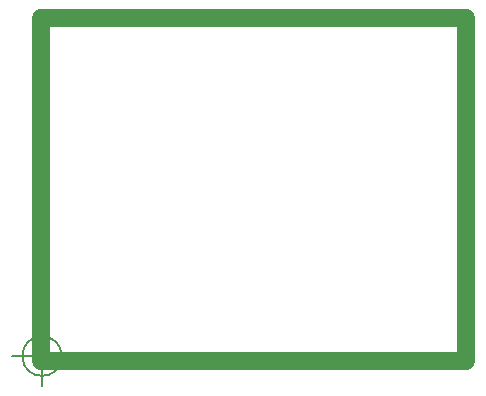
<source format=gbr>
G04 #@! TF.FileFunction,Profile,NP*
%FSLAX46Y46*%
G04 Gerber Fmt 4.6, Leading zero omitted, Abs format (unit mm)*
G04 Created by KiCad (PCBNEW 4.0.5-e0-6337~49~ubuntu14.04.1) date Thu Mar  2 13:58:40 2017*
%MOMM*%
%LPD*%
G01*
G04 APERTURE LIST*
%ADD10C,0.100000*%
%ADD11C,0.150000*%
%ADD12C,1.500000*%
G04 APERTURE END LIST*
D10*
D11*
X138107666Y-116573500D02*
G75*
G03X138107666Y-116573500I-1666666J0D01*
G01*
X133941000Y-116573500D02*
X138941000Y-116573500D01*
X136441000Y-114073500D02*
X136441000Y-119073500D01*
D12*
X136353500Y-116971000D02*
X136353500Y-87971000D01*
X172353500Y-116971000D02*
X136353500Y-116971000D01*
X172353500Y-87971000D02*
X172353500Y-116971000D01*
X136353500Y-87971000D02*
X172353500Y-87971000D01*
M02*

</source>
